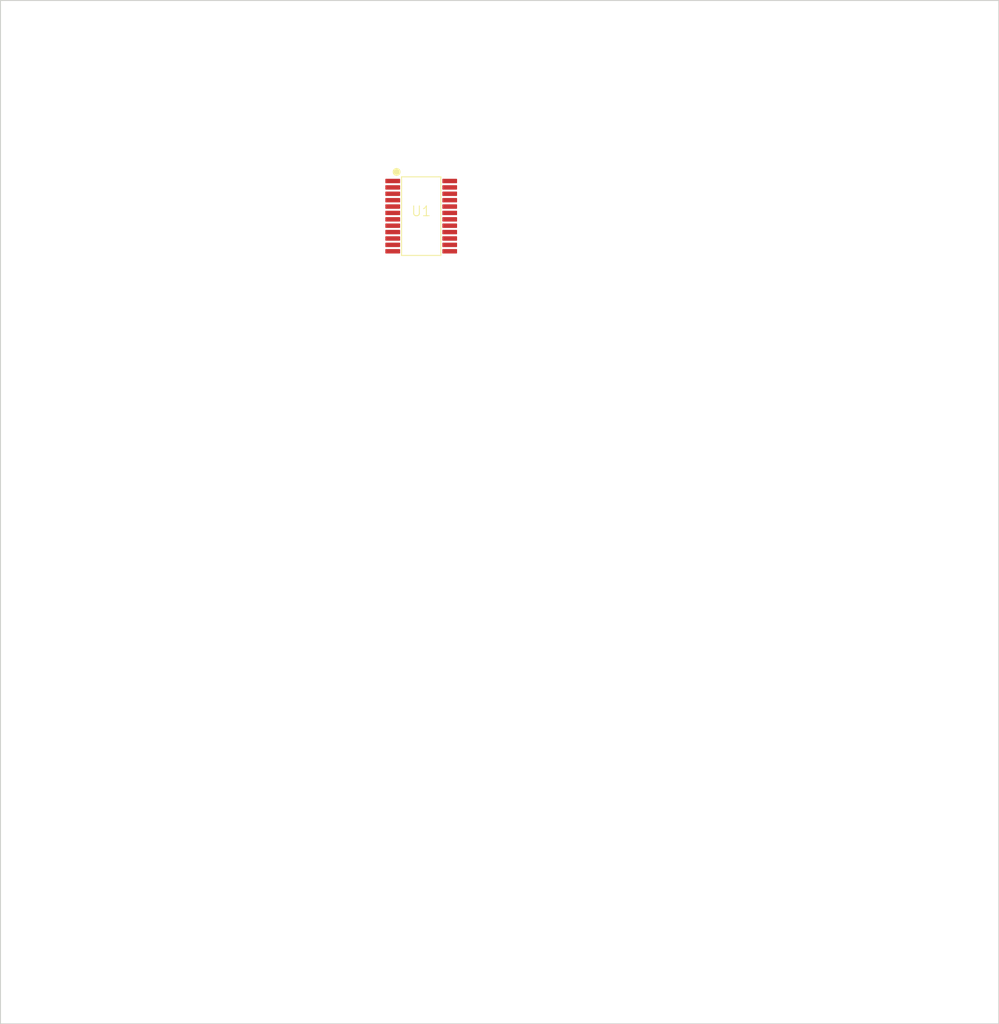
<source format=kicad_pcb>
(kicad_pcb (version 20221018) (generator pcbnew)
  (layers (0 "F.Cu" signal) (31 "B.Cu" signal) (34 "B.Paste" user) (35 "F.Paste" user) (36 "B.SilkS" user "B.Silkscreen") (37 "F.SilkS" user "F.Silkscreen") (38 "B.Mask" user) (39 "F.Mask" user) (44 "Edge.Cuts" user))
  (net 0 "")
  (footprint "full bridge smps:UCC28950" (layer "F.Cu") (at 106.32 70.205)
    (fp_text reference "U1" (at 0 -0.5 unlocked) (layer "F.SilkS") (effects (font (thickness 0.1))))
    (fp_text value "UCC28950PW")
    (fp_line (start -2 -4) (end 2 -4) (stroke (width 0.1)) (layer "F.SilkS"))
    (fp_line (start -2 4) (end -2 -4) (stroke (width 0.1)) (layer "F.SilkS"))
    (fp_line (start 2 -4) (end 2 4) (stroke (width 0.1)) (layer "F.SilkS"))
    (fp_line (start 2 4) (end -2 4) (stroke (width 0.1)) (layer "F.SilkS"))
    (fp_circle (center -2.5 -4.5) (end -2.3 -4.5) (stroke (width 0.4)) (fill none) (layer "F.SilkS"))
    (pad "1" smd roundrect (at -2.9 -3.575) (size 1.5 0.45) (layers "F.Cu" "F.Paste" "F.Mask") (roundrect_rratio 0.1111111111))
    (pad "2" smd roundrect (at -2.9 -2.925) (size 1.5 0.45) (layers "F.Cu" "F.Paste" "F.Mask") (roundrect_rratio 0.1111111111))
    (pad "3" smd roundrect (at -2.9 -2.275) (size 1.5 0.45) (layers "F.Cu" "F.Paste" "F.Mask") (roundrect_rratio 0.1111111111))
    (pad "4" smd roundrect (at -2.9 -1.625) (size 1.5 0.45) (layers "F.Cu" "F.Paste" "F.Mask") (roundrect_rratio 0.1111111111))
    (pad "5" smd roundrect (at -2.9 -0.975) (size 1.5 0.45) (layers "F.Cu" "F.Paste" "F.Mask") (roundrect_rratio 0.1111111111))
    (pad "6" smd roundrect (at -2.9 -0.325) (size 1.5 0.45) (layers "F.Cu" "F.Paste" "F.Mask") (roundrect_rratio 0.1111111111))
    (pad "7" smd roundrect (at -2.9 0.325) (size 1.5 0.45) (layers "F.Cu" "F.Paste" "F.Mask") (roundrect_rratio 0.1111111111))
    (pad "8" smd roundrect (at -2.9 0.975) (size 1.5 0.45) (layers "F.Cu" "F.Paste" "F.Mask") (roundrect_rratio 0.1111111111))
    (pad "9" smd roundrect (at -2.9 1.625) (size 1.5 0.45) (layers "F.Cu" "F.Paste" "F.Mask") (roundrect_rratio 0.1111111111))
    (pad "10" smd roundrect (at -2.9 2.275) (size 1.5 0.45) (layers "F.Cu" "F.Paste" "F.Mask") (roundrect_rratio 0.1111111111))
    (pad "11" smd roundrect (at -2.9 2.925) (size 1.5 0.45) (layers "F.Cu" "F.Paste" "F.Mask") (roundrect_rratio 0.1111111111))
    (pad "12" smd roundrect (at -2.9 3.575) (size 1.5 0.45) (layers "F.Cu" "F.Paste" "F.Mask") (roundrect_rratio 0.1111111111))
    (pad "13" smd roundrect (at 2.9 3.575) (size 1.5 0.45) (layers "F.Cu" "F.Paste" "F.Mask") (roundrect_rratio 0.1111111111))
    (pad "14" smd roundrect (at 2.9 2.925) (size 1.5 0.45) (layers "F.Cu" "F.Paste" "F.Mask") (roundrect_rratio 0.1111111111))
    (pad "15" smd roundrect (at 2.9 2.275) (size 1.5 0.45) (layers "F.Cu" "F.Paste" "F.Mask") (roundrect_rratio 0.1111111111))
    (pad "16" smd roundrect (at 2.9 1.625) (size 1.5 0.45) (layers "F.Cu" "F.Paste" "F.Mask") (roundrect_rratio 0.1111111111))
    (pad "17" smd roundrect (at 2.9 0.975) (size 1.5 0.45) (layers "F.Cu" "F.Paste" "F.Mask") (roundrect_rratio 0.1111111111))
    (pad "18" smd roundrect (at 2.9 0.325) (size 1.5 0.45) (layers "F.Cu" "F.Paste" "F.Mask") (roundrect_rratio 0.1111111111))
    (pad "19" smd roundrect (at 2.9 -0.325) (size 1.5 0.45) (layers "F.Cu" "F.Paste" "F.Mask") (roundrect_rratio 0.1111111111))
    (pad "20" smd roundrect (at 2.9 -0.975) (size 1.5 0.45) (layers "F.Cu" "F.Paste" "F.Mask") (roundrect_rratio 0.1111111111))
    (pad "21" smd roundrect (at 2.9 -1.625) (size 1.5 0.45) (layers "F.Cu" "F.Paste" "F.Mask") (roundrect_rratio 0.1111111111))
    (pad "22" smd roundrect (at 2.9 -2.275) (size 1.5 0.45) (layers "F.Cu" "F.Paste" "F.Mask") (roundrect_rratio 0.1111111111))
    (pad "23" smd roundrect (at 2.9 -2.925) (size 1.5 0.45) (layers "F.Cu" "F.Paste" "F.Mask") (roundrect_rratio 0.1111111111))
    (pad "24" smd roundrect (at 2.9 -3.575) (size 1.5 0.45) (layers "F.Cu" "F.Paste" "F.Mask") (roundrect_rratio 0.1111111111))
  )
  (gr_rect (start 63.5 48.26) (end 165.1 152.4) (stroke (width 0.1)) (fill none) (layer "Edge.Cuts"))
)
</source>
